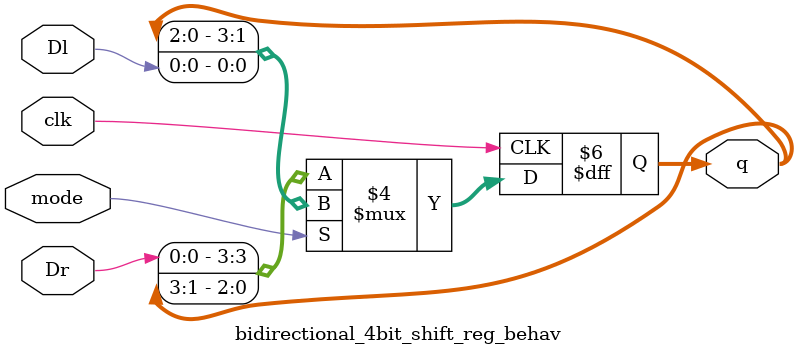
<source format=v>
module bidirectional_4bit_shift_reg_behav(
  input clk, mode,       // 0 = right shift, 1 = left shift
  input Dr, Dl,     // Serial inputs
  output reg [3:0] q 
);

  always @(posedge clk) begin
    if (mode == 0) begin
      // Right shift
      q <= {Dr, q[3:1]};
    end
    else begin
      // Left shift
      q <= {q[2:0], Dl};
    end
  end

endmodule
</source>
